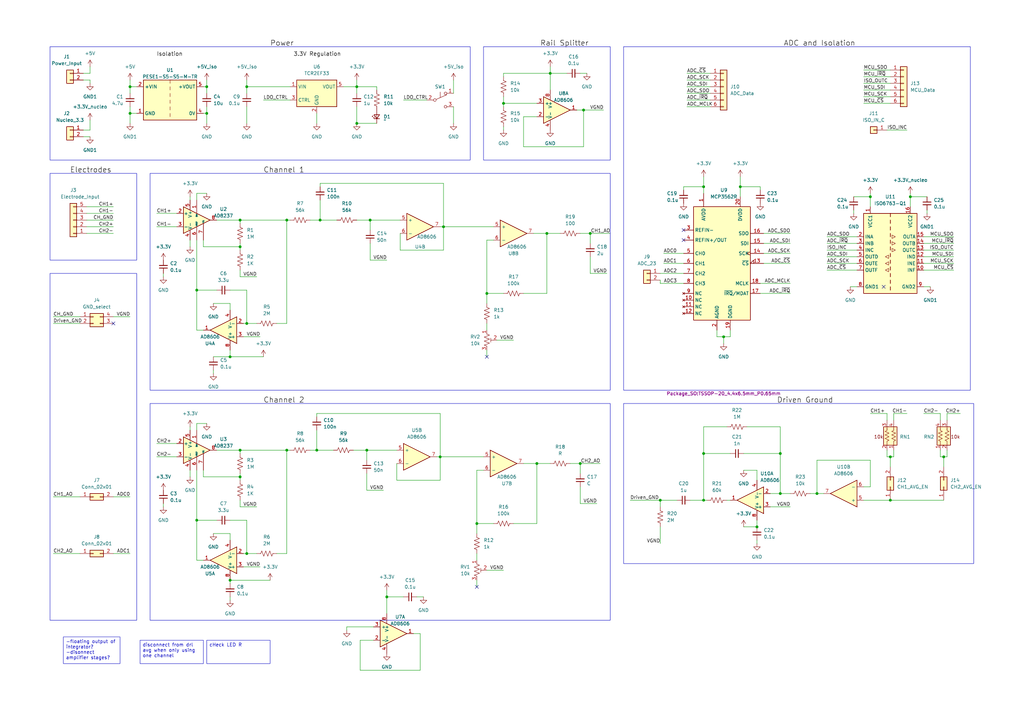
<source format=kicad_sch>
(kicad_sch (version 20230121) (generator eeschema)
  (paper "User" 389.992 267.005)
  (title_block (title "2-Channel EEG AFE") (comment 1 "Tim Erwin"))
  (junction (at 135.89 46.99))
  (junction (at 208.28 88.9))
  (junction (at 120.65 171.45))
  (junction (at 91.44 181.61))
  (junction (at 93.98 210.82))
  (junction (at 74.93 110.49))
  (junction (at 331.47 74.93))
  (junction (at 311.15 187.96))
  (junction (at 109.22 83.82))
  (junction (at 139.7 171.45))
  (junction (at 339.09 190.5))
  (junction (at 168.91 86.36))
  (junction (at 288.29 200.66))
  (junction (at 167.64 173.99))
  (junction (at 87.63 135.89))
  (junction (at 49.53 43.18))
  (junction (at 222.25 41.91))
  (junction (at 204.47 176.53))
  (junction (at 267.97 172.72))
  (junction (at 91.44 93.98))
  (junction (at 74.93 198.12))
  (junction (at 267.97 190.5))
  (junction (at 224.79 88.9))
  (junction (at 78.74 43.18))
  (junction (at 135.89 33.02))
  (junction (at 220.98 176.53))
  (junction (at 297.18 172.72))
  (junction (at 209.55 27.94))
  (junction (at 93.98 123.19))
  (junction (at 275.59 128.27))
  (junction (at 185.42 111.76))
  (junction (at 191.77 39.37))
  (junction (at 346.71 74.93))
  (junction (at 267.97 71.12))
  (junction (at 251.46 190.5))
  (junction (at 281.94 71.12))
  (junction (at 109.22 171.45))
  (junction (at 78.74 33.02))
  (junction (at 87.63 220.98))
  (junction (at 181.61 199.39))
  (junction (at 93.98 33.02))
  (junction (at 140.97 83.82))
  (junction (at 91.44 83.82))
  (junction (at 49.53 33.02))
  (junction (at 91.44 171.45))
  (junction (at 297.18 187.96))
  (junction (at 147.32 227.33))
  (junction (at 339.09 173.99))
  (junction (at 359.41 173.99))
  (junction (at 121.92 83.82))
  (no_connect (at 260.35 87.63))
  (no_connect (at 181.61 223.52))
  (no_connect (at 185.42 135.89))
  (no_connect (at 336.55 109.22))
  (no_connect (at 43.18 123.19))
  (no_connect (at 260.35 91.44))
  (wire (pts (xy 224.79 97.79) (xy 224.79 104.14)))
  (wire (pts (xy 74.93 73.66) (xy 78.74 73.66)))
  (wire (pts (xy 191.77 36.83) (xy 191.77 39.37)))
  (wire (pts (xy 209.55 27.94) (xy 209.55 34.29)))
  (wire (pts (xy 91.44 193.04) (xy 91.44 190.5)))
  (wire (pts (xy 199.39 111.76) (xy 208.28 111.76)))
  (wire (pts (xy 20.32 210.82) (xy 30.48 210.82)))
  (wire (pts (xy 261.62 30.48) (xy 270.51 30.48)))
  (wire (pts (xy 191.77 27.94) (xy 209.55 27.94)))
  (wire (pts (xy 284.48 162.56) (xy 297.18 162.56)))
  (wire (pts (xy 314.96 100.33) (xy 326.39 100.33)))
  (wire (pts (xy 91.44 105.41) (xy 91.44 102.87)))
  (wire (pts (xy 139.7 171.45) (xy 151.13 171.45)))
  (wire (pts (xy 351.79 90.17) (xy 363.22 90.17)))
  (wire (pts (xy 220.98 176.53) (xy 228.6 176.53)))
  (wire (pts (xy 168.91 69.85) (xy 168.91 86.36)))
  (wire (pts (xy 351.79 109.22) (xy 354.33 109.22)))
  (wire (pts (xy 78.74 30.48) (xy 78.74 33.02)))
  (wire (pts (xy 72.39 91.44) (xy 72.39 93.98)))
  (wire (pts (xy 121.92 83.82) (xy 128.27 83.82)))
  (wire (pts (xy 93.98 123.19) (xy 97.79 123.19)))
  (wire (pts (xy 151.13 182.88) (xy 167.64 182.88)))
  (wire (pts (xy 251.46 193.04) (xy 251.46 190.5)))
  (wire (pts (xy 91.44 172.72) (xy 91.44 171.45)))
  (wire (pts (xy 34.29 27.94) (xy 34.29 25.4)))
  (wire (pts (xy 209.55 27.94) (xy 215.9 27.94)))
  (wire (pts (xy 59.69 86.36) (xy 67.31 86.36)))
  (wire (pts (xy 314.96 92.71) (xy 326.39 92.71)))
  (wire (pts (xy 74.93 161.29) (xy 78.74 161.29)))
  (wire (pts (xy 199.39 55.88) (xy 222.25 55.88)))
  (wire (pts (xy 328.93 26.67) (xy 339.09 26.67)))
  (wire (pts (xy 33.02 83.82) (xy 43.18 83.82)))
  (wire (pts (xy 34.29 49.53) (xy 31.75 49.53)))
  (wire (pts (xy 81.28 140.97) (xy 81.28 142.24)))
  (wire (pts (xy 74.93 198.12) (xy 82.55 198.12)))
  (wire (pts (xy 217.17 176.53) (xy 220.98 176.53)))
  (wire (pts (xy 43.18 189.23) (xy 49.53 189.23)))
  (wire (pts (xy 328.93 190.5) (xy 339.09 190.5)))
  (wire (pts (xy 33.02 78.74) (xy 43.18 78.74)))
  (wire (pts (xy 220.98 191.77) (xy 227.33 191.77)))
  (wire (pts (xy 152.4 95.25) (xy 168.91 95.25)))
  (wire (pts (xy 137.16 243.84) (xy 137.16 255.27)))
  (wire (pts (xy 110.49 171.45) (xy 109.22 171.45)))
  (wire (pts (xy 97.79 105.41) (xy 91.44 105.41)))
  (wire (pts (xy 289.56 71.12) (xy 289.56 72.39)))
  (wire (pts (xy 275.59 128.27) (xy 278.13 128.27)))
  (wire (pts (xy 252.73 100.33) (xy 260.35 100.33)))
  (wire (pts (xy 224.79 88.9) (xy 232.41 88.9)))
  (wire (pts (xy 81.28 115.57) (xy 87.63 115.57)))
  (wire (pts (xy 267.97 67.31) (xy 267.97 71.12)))
  (wire (pts (xy 143.51 33.02) (xy 143.51 34.29)))
  (wire (pts (xy 261.62 40.64) (xy 270.51 40.64)))
  (wire (pts (xy 82.55 83.82) (xy 91.44 83.82)))
  (wire (pts (xy 314.96 95.25) (xy 326.39 95.25)))
  (wire (pts (xy 181.61 210.82) (xy 181.61 213.36)))
  (wire (pts (xy 314.96 90.17) (xy 326.39 90.17)))
  (wire (pts (xy 158.75 227.33) (xy 161.29 227.33)))
  (wire (pts (xy 204.47 199.39) (xy 204.47 176.53)))
  (wire (pts (xy 222.25 41.91) (xy 229.87 41.91)))
  (wire (pts (xy 99.06 128.27) (xy 92.71 128.27)))
  (wire (pts (xy 281.94 71.12) (xy 281.94 74.93)))
  (wire (pts (xy 360.68 173.99) (xy 360.68 171.45)))
  (wire (pts (xy 261.62 33.02) (xy 270.51 33.02)))
  (wire (pts (xy 346.71 73.66) (xy 346.71 74.93)))
  (wire (pts (xy 49.53 40.64) (xy 49.53 43.18)))
  (wire (pts (xy 168.91 86.36) (xy 168.91 95.25)))
  (wire (pts (xy 328.93 31.75) (xy 339.09 31.75)))
  (wire (pts (xy 275.59 128.27) (xy 275.59 130.81)))
  (wire (pts (xy 147.32 227.33) (xy 147.32 233.68)))
  (wire (pts (xy 267.97 162.56) (xy 276.86 162.56)))
  (wire (pts (xy 31.75 52.07) (xy 34.29 52.07)))
  (wire (pts (xy 49.53 33.02) (xy 49.53 35.56)))
  (wire (pts (xy 359.41 173.99) (xy 359.41 177.8)))
  (wire (pts (xy 267.97 172.72) (xy 278.13 172.72)))
  (wire (pts (xy 314.96 97.79) (xy 326.39 97.79)))
  (wire (pts (xy 340.36 173.99) (xy 340.36 171.45)))
  (wire (pts (xy 311.15 175.26) (xy 331.47 175.26)))
  (wire (pts (xy 77.47 181.61) (xy 77.47 179.07)))
  (wire (pts (xy 224.79 88.9) (xy 224.79 92.71)))
  (wire (pts (xy 20.32 189.23) (xy 30.48 189.23)))
  (wire (pts (xy 191.77 48.26) (xy 191.77 49.53)))
  (wire (pts (xy 337.82 49.53) (xy 345.44 49.53)))
  (wire (pts (xy 74.93 110.49) (xy 82.55 110.49)))
  (wire (pts (xy 331.47 175.26) (xy 331.47 185.42)))
  (wire (pts (xy 120.65 163.83) (xy 120.65 171.45)))
  (wire (pts (xy 62.23 104.14) (xy 62.23 105.41)))
  (wire (pts (xy 346.71 74.93) (xy 346.71 78.74)))
  (wire (pts (xy 351.79 95.25) (xy 363.22 95.25)))
  (wire (pts (xy 77.47 181.61) (xy 91.44 181.61)))
  (wire (pts (xy 311.15 187.96) (xy 311.15 175.26)))
  (wire (pts (xy 118.11 83.82) (xy 121.92 83.82)))
  (wire (pts (xy 273.05 128.27) (xy 275.59 128.27)))
  (wire (pts (xy 93.98 30.48) (xy 93.98 33.02)))
  (wire (pts (xy 222.25 41.91) (xy 219.71 41.91)))
  (wire (pts (xy 120.65 43.18) (xy 120.65 46.99)))
  (wire (pts (xy 105.41 210.82) (xy 109.22 210.82)))
  (wire (pts (xy 209.55 25.4) (xy 209.55 27.94)))
  (wire (pts (xy 168.91 86.36) (xy 187.96 86.36)))
  (wire (pts (xy 290.83 92.71) (xy 300.99 92.71)))
  (wire (pts (xy 74.93 76.2) (xy 74.93 73.66)))
  (wire (pts (xy 132.08 238.76) (xy 132.08 240.03)))
  (wire (pts (xy 147.32 224.79) (xy 147.32 227.33)))
  (wire (pts (xy 276.86 190.5) (xy 278.13 190.5)))
  (wire (pts (xy 34.29 31.75) (xy 34.29 30.48)))
  (wire (pts (xy 93.98 35.56) (xy 93.98 33.02)))
  (wire (pts (xy 137.16 243.84) (xy 142.24 243.84)))
  (wire (pts (xy 261.62 38.1) (xy 270.51 38.1)))
  (wire (pts (xy 220.98 88.9) (xy 224.79 88.9)))
  (wire (pts (xy 353.06 80.01) (xy 353.06 81.28)))
  (wire (pts (xy 185.42 111.76) (xy 185.42 115.57)))
  (wire (pts (xy 189.23 129.54) (xy 195.58 129.54)))
  (wire (pts (xy 191.77 111.76) (xy 185.42 111.76)))
  (wire (pts (xy 87.63 135.89) (xy 100.33 135.89)))
  (wire (pts (xy 143.51 46.99) (xy 135.89 46.99)))
  (wire (pts (xy 293.37 187.96) (xy 297.18 187.96)))
  (wire (pts (xy 31.75 27.94) (xy 34.29 27.94)))
  (wire (pts (xy 181.61 179.07) (xy 181.61 199.39)))
  (wire (pts (xy 93.98 40.64) (xy 93.98 46.99)))
  (wire (pts (xy 360.68 157.48) (xy 360.68 160.02)))
  (wire (pts (xy 251.46 207.01) (xy 251.46 200.66)))
  (wire (pts (xy 251.46 107.95) (xy 260.35 107.95)))
  (wire (pts (xy 358.14 157.48) (xy 358.14 160.02)))
  (wire (pts (xy 91.44 93.98) (xy 91.44 95.25)))
  (wire (pts (xy 252.73 96.52) (xy 260.35 96.52)))
  (wire (pts (xy 121.92 71.12) (xy 121.92 69.85)))
  (wire (pts (xy 81.28 135.89) (xy 87.63 135.89)))
  (wire (pts (xy 251.46 107.95) (xy 251.46 106.68)))
  (wire (pts (xy 91.44 85.09) (xy 91.44 83.82)))
  (wire (pts (xy 135.89 33.02) (xy 130.81 33.02)))
  (wire (pts (xy 260.35 71.12) (xy 267.97 71.12)))
  (wire (pts (xy 139.7 186.69) (xy 146.05 186.69)))
  (wire (pts (xy 191.77 39.37) (xy 204.47 39.37)))
  (wire (pts (xy 345.44 157.48) (xy 340.36 157.48)))
  (wire (pts (xy 167.64 173.99) (xy 167.64 182.88)))
  (wire (pts (xy 331.47 73.66) (xy 331.47 74.93)))
  (wire (pts (xy 273.05 125.73) (xy 273.05 128.27)))
  (wire (pts (xy 337.82 157.48) (xy 337.82 160.02)))
  (wire (pts (xy 109.22 210.82) (xy 109.22 171.45)))
  (wire (pts (xy 187.96 199.39) (xy 181.61 199.39)))
  (wire (pts (xy 93.98 33.02) (xy 110.49 33.02)))
  (wire (pts (xy 195.58 199.39) (xy 204.47 199.39)))
  (wire (pts (xy 91.44 92.71) (xy 91.44 93.98)))
  (wire (pts (xy 49.53 33.02) (xy 52.07 33.02)))
  (wire (pts (xy 185.42 217.17) (xy 191.77 217.17)))
  (wire (pts (xy 77.47 43.18) (xy 78.74 43.18)))
  (wire (pts (xy 323.85 109.22) (xy 326.39 109.22)))
  (wire (pts (xy 77.47 93.98) (xy 77.47 91.44)))
  (wire (pts (xy 33.02 88.9) (xy 43.18 88.9)))
  (wire (pts (xy 147.32 227.33) (xy 153.67 227.33)))
  (wire (pts (xy 99.06 215.9) (xy 92.71 215.9)))
  (wire (pts (xy 77.47 125.73) (xy 74.93 125.73)))
  (wire (pts (xy 100.33 38.1) (xy 110.49 38.1)))
  (wire (pts (xy 331.47 157.48) (xy 337.82 157.48)))
  (wire (pts (xy 191.77 40.64) (xy 191.77 39.37)))
  (wire (pts (xy 87.63 133.35) (xy 87.63 135.89)))
  (wire (pts (xy 208.28 111.76) (xy 208.28 88.9)))
  (wire (pts (xy 78.74 33.02) (xy 78.74 35.56)))
  (wire (pts (xy 135.89 33.02) (xy 143.51 33.02)))
  (wire (pts (xy 140.97 83.82) (xy 140.97 87.63)))
  (wire (pts (xy 72.39 179.07) (xy 72.39 181.61)))
  (wire (pts (xy 181.61 220.98) (xy 181.61 223.52)))
  (wire (pts (xy 185.42 91.44) (xy 185.42 111.76)))
  (wire (pts (xy 82.55 171.45) (xy 91.44 171.45)))
  (wire (pts (xy 339.09 173.99) (xy 339.09 177.8)))
  (wire (pts (xy 337.82 173.99) (xy 339.09 173.99)))
  (wire (pts (xy 208.28 88.9) (xy 213.36 88.9)))
  (wire (pts (xy 49.53 30.48) (xy 49.53 33.02)))
  (wire (pts (xy 220.98 185.42) (xy 220.98 191.77)))
  (wire (pts (xy 140.97 99.06) (xy 147.32 99.06)))
  (wire (pts (xy 251.46 190.5) (xy 257.81 190.5)))
  (wire (pts (xy 109.22 83.82) (xy 91.44 83.82)))
  (wire (pts (xy 78.74 43.18) (xy 78.74 46.99)))
  (wire (pts (xy 120.65 171.45) (xy 127 171.45)))
  (wire (pts (xy 314.96 102.87) (xy 326.39 102.87)))
  (wire (pts (xy 52.07 43.18) (xy 49.53 43.18)))
  (wire (pts (xy 78.74 40.64) (xy 78.74 43.18)))
  (wire (pts (xy 261.62 27.94) (xy 270.51 27.94)))
  (wire (pts (xy 351.79 102.87) (xy 363.22 102.87)))
  (wire (pts (xy 135.89 40.64) (xy 135.89 46.99)))
  (wire (pts (xy 267.97 172.72) (xy 267.97 162.56)))
  (wire (pts (xy 297.18 162.56) (xy 297.18 172.72)))
  (wire (pts (xy 222.25 55.88) (xy 222.25 41.91)))
  (wire (pts (xy 121.92 76.2) (xy 121.92 83.82)))
  (wire (pts (xy 166.37 173.99) (xy 167.64 173.99)))
  (wire (pts (xy 340.36 157.48) (xy 340.36 160.02)))
  (wire (pts (xy 359.41 173.99) (xy 360.68 173.99)))
  (wire (pts (xy 120.65 158.75) (xy 120.65 157.48)))
  (wire (pts (xy 167.64 173.99) (xy 184.15 173.99)))
  (wire (pts (xy 293.37 193.04) (xy 300.99 193.04)))
  (wire (pts (xy 311.15 187.96) (xy 313.69 187.96)))
  (wire (pts (xy 167.64 157.48) (xy 167.64 173.99)))
  (wire (pts (xy 199.39 176.53) (xy 204.47 176.53)))
  (wire (pts (xy 137.16 255.27) (xy 160.02 255.27)))
  (wire (pts (xy 267.97 172.72) (xy 267.97 190.5)))
  (wire (pts (xy 328.93 39.37) (xy 339.09 39.37)))
  (wire (pts (xy 185.42 123.19) (xy 185.42 125.73)))
  (wire (pts (xy 87.63 220.98) (xy 87.63 222.25)))
  (wire (pts (xy 328.93 36.83) (xy 339.09 36.83)))
  (wire (pts (xy 283.21 172.72) (xy 297.18 172.72)))
  (wire (pts (xy 140.97 83.82) (xy 152.4 83.82)))
  (wire (pts (xy 365.76 157.48) (xy 360.68 157.48)))
  (wire (pts (xy 283.21 179.07) (xy 288.29 179.07)))
  (wire (pts (xy 91.44 180.34) (xy 91.44 181.61)))
  (wire (pts (xy 288.29 198.12) (xy 288.29 200.66)))
  (wire (pts (xy 288.29 205.74) (xy 288.29 207.01)))
  (wire (pts (xy 267.97 190.5) (xy 269.24 190.5)))
  (wire (pts (xy 224.79 104.14) (xy 231.14 104.14)))
  (wire (pts (xy 135.89 33.02) (xy 135.89 35.56)))
  (wire (pts (xy 49.53 43.18) (xy 49.53 46.99)))
  (wire (pts (xy 87.63 220.98) (xy 102.87 220.98)))
  (wire (pts (xy 181.61 179.07) (xy 184.15 179.07)))
  (wire (pts (xy 34.29 45.72) (xy 34.29 49.53)))
  (wire (pts (xy 43.18 120.65) (xy 49.53 120.65)))
  (wire (pts (xy 109.22 171.45) (xy 91.44 171.45)))
  (wire (pts (xy 346.71 74.93) (xy 353.06 74.93)))
  (wire (pts (xy 204.47 176.53) (xy 209.55 176.53)))
  (wire (pts (xy 160.02 241.3) (xy 157.48 241.3)))
  (wire (pts (xy 92.71 210.82) (xy 93.98 210.82)))
  (wire (pts (xy 142.24 238.76) (xy 132.08 238.76)))
  (wire (pts (xy 91.44 181.61) (xy 91.44 182.88)))
  (wire (pts (xy 289.56 111.76) (xy 300.99 111.76)))
  (wire (pts (xy 93.98 110.49) (xy 93.98 123.19)))
  (wire (pts (xy 331.47 74.93) (xy 331.47 78.74)))
  (wire (pts (xy 72.39 74.93) (xy 72.39 76.2)))
  (wire (pts (xy 181.61 199.39) (xy 181.61 203.2)))
  (wire (pts (xy 328.93 29.21) (xy 339.09 29.21)))
  (wire (pts (xy 87.63 115.57) (xy 87.63 118.11)))
  (wire (pts (xy 220.98 176.53) (xy 220.98 180.34)))
  (wire (pts (xy 290.83 88.9) (xy 300.99 88.9)))
  (wire (pts (xy 43.18 210.82) (xy 49.53 210.82)))
  (wire (pts (xy 260.35 71.12) (xy 260.35 72.39)))
  (wire (pts (xy 351.79 157.48) (xy 358.14 157.48)))
  (wire (pts (xy 262.89 190.5) (xy 267.97 190.5)))
  (wire (pts (xy 59.69 173.99) (xy 67.31 173.99)))
  (wire (pts (xy 167.64 86.36) (xy 168.91 86.36)))
  (wire (pts (xy 87.63 198.12) (xy 93.98 198.12)))
  (wire (pts (xy 109.22 83.82) (xy 110.49 83.82)))
  (wire (pts (xy 297.18 172.72) (xy 297.18 187.96)))
  (wire (pts (xy 172.72 30.48) (xy 172.72 35.56)))
  (wire (pts (xy 152.4 88.9) (xy 152.4 95.25)))
  (wire (pts (xy 351.79 97.79) (xy 363.22 97.79)))
  (wire (pts (xy 31.75 30.48) (xy 34.29 30.48)))
  (wire (pts (xy 59.69 168.91) (xy 67.31 168.91)))
  (wire (pts (xy 74.93 91.44) (xy 74.93 110.49)))
  (wire (pts (xy 172.72 40.64) (xy 172.72 46.99)))
  (wire (pts (xy 33.02 81.28) (xy 43.18 81.28)))
  (wire (pts (xy 20.32 120.65) (xy 30.48 120.65)))
  (wire (pts (xy 339.09 34.29) (xy 328.93 34.29)))
  (wire (pts (xy 139.7 186.69) (xy 139.7 180.34)))
  (wire (pts (xy 151.13 176.53) (xy 151.13 182.88)))
  (wire (pts (xy 109.22 123.19) (xy 109.22 83.82)))
  (wire (pts (xy 289.56 107.95) (xy 300.99 107.95)))
  (wire (pts (xy 325.12 74.93) (xy 331.47 74.93)))
  (wire (pts (xy 358.14 173.99) (xy 359.41 173.99)))
  (wire (pts (xy 120.65 157.48) (xy 167.64 157.48)))
  (wire (pts (xy 97.79 193.04) (xy 91.44 193.04)))
  (wire (pts (xy 77.47 33.02) (xy 78.74 33.02)))
  (wire (pts (xy 281.94 67.31) (xy 281.94 71.12)))
  (wire (pts (xy 135.89 83.82) (xy 140.97 83.82)))
  (wire (pts (xy 339.09 190.5) (xy 359.41 190.5)))
  (wire (pts (xy 288.29 179.07) (xy 288.29 182.88)))
  (wire (pts (xy 33.02 86.36) (xy 43.18 86.36)))
  (wire (pts (xy 220.98 27.94) (xy 223.52 27.94)))
  (wire (pts (xy 267.97 71.12) (xy 267.97 73.66)))
  (wire (pts (xy 251.46 104.14) (xy 260.35 104.14)))
  (wire (pts (xy 59.69 81.28) (xy 67.31 81.28)))
  (wire (pts (xy 105.41 123.19) (xy 109.22 123.19)))
  (wire (pts (xy 74.93 110.49) (xy 74.93 125.73)))
  (wire (pts (xy 134.62 171.45) (xy 139.7 171.45)))
  (wire (pts (xy 87.63 110.49) (xy 93.98 110.49)))
  (wire (pts (xy 199.39 44.45) (xy 199.39 55.88)))
  (wire (pts (xy 278.13 128.27) (xy 278.13 125.73)))
  (wire (pts (xy 93.98 210.82) (xy 97.79 210.82)))
  (wire (pts (xy 185.42 91.44) (xy 187.96 91.44)))
  (wire (pts (xy 81.28 203.2) (xy 87.63 203.2)))
  (wire (pts (xy 358.14 171.45) (xy 358.14 173.99)))
  (wire (pts (xy 74.93 163.83) (xy 74.93 161.29)))
  (wire (pts (xy 290.83 96.52) (xy 300.99 96.52)))
  (wire (pts (xy 140.97 99.06) (xy 140.97 92.71)))
  (wire (pts (xy 93.98 198.12) (xy 93.98 210.82)))
  (wire (pts (xy 328.93 185.42) (xy 331.47 185.42)))
  (wire (pts (xy 283.21 200.66) (xy 288.29 200.66)))
  (wire (pts (xy 77.47 93.98) (xy 91.44 93.98)))
  (wire (pts (xy 297.18 187.96) (xy 300.99 187.96)))
  (wire (pts (xy 87.63 227.33) (xy 87.63 228.6)))
  (wire (pts (xy 339.09 173.99) (xy 340.36 173.99)))
  (wire (pts (xy 325.12 80.01) (xy 325.12 81.28)))
  (wire (pts (xy 92.71 123.19) (xy 93.98 123.19)))
  (wire (pts (xy 87.63 203.2) (xy 87.63 205.74)))
  (wire (pts (xy 191.77 27.94) (xy 191.77 29.21)))
  (wire (pts (xy 203.2 88.9) (xy 208.28 88.9)))
  (wire (pts (xy 135.89 30.48) (xy 135.89 33.02)))
  (wire (pts (xy 261.62 35.56) (xy 270.51 35.56)))
  (wire (pts (xy 153.67 38.1) (xy 162.56 38.1)))
  (wire (pts (xy 289.56 71.12) (xy 281.94 71.12)))
  (wire (pts (xy 121.92 69.85) (xy 168.91 69.85)))
  (wire (pts (xy 337.82 171.45) (xy 337.82 173.99)))
  (wire (pts (xy 74.93 198.12) (xy 74.93 213.36)))
  (wire (pts (xy 77.47 213.36) (xy 74.93 213.36)))
  (wire (pts (xy 308.61 187.96) (xy 311.15 187.96)))
  (wire (pts (xy 72.39 162.56) (xy 72.39 163.83)))
  (wire (pts (xy 290.83 100.33) (xy 300.99 100.33)))
  (wire (pts (xy 351.79 100.33) (xy 363.22 100.33)))
  (wire (pts (xy 185.42 133.35) (xy 185.42 135.89)))
  (wire (pts (xy 199.39 44.45) (xy 204.47 44.45)))
  (wire (pts (xy 20.32 123.19) (xy 30.48 123.19)))
  (wire (pts (xy 118.11 171.45) (xy 120.65 171.45)))
  (wire (pts (xy 351.79 92.71) (xy 363.22 92.71)))
  (wire (pts (xy 139.7 171.45) (xy 139.7 175.26)))
  (wire (pts (xy 240.03 190.5) (xy 251.46 190.5)))
  (wire (pts (xy 160.02 255.27) (xy 160.02 241.3)))
  (wire (pts (xy 74.93 179.07) (xy 74.93 198.12)))
  (wire (pts (xy 62.23 191.77) (xy 62.23 193.04)))
  (rectangle (start 19.05 17.78) (end 179.07 60.96))
  (rectangle (start 184.15 17.78) (end 232.41 60.96))
  (rectangle (start 57.15 66.04) (end 232.41 148.59))
  (rectangle (start 19.05 104.14) (end 52.07 236.22))
  (rectangle (start 237.49 17.78) (end 369.57 148.59))
  (rectangle (start 19.05 66.04) (end 52.07 99.06))
  (rectangle (start 237.49 153.67) (end 370.84 214.63))
  (rectangle (start 57.15 153.67) (end 232.41 236.22))
  (text_box "cHeck LED R\n" (at 78.74 243.84 0) (size 24.13 8.89) (effects (font (size 1.27 1.27)) (justify left top)))
  (text_box "-floating output of integrator?\n-disonnect amplifier stages?" (at 24.13 242.57 0) (size 21.59 10.16) (effects (font (size 1.27 1.27)) (justify left top)))
  (text_box "disconnect from drl avg when only using one channel" (at 53.34 243.84 0) (size 24.13 8.89) (effects (font (size 1.27 1.27)) (justify left top)))
  (text "Electrodes\n" (at 26.67 66.04 0) (effects (font (size 2 2)) (justify left bottom)))
  (text "Channel 1" (at 100.33 66.04 0) (effects (font (size 2 2)) (justify left bottom)))
  (text "3.3V Regulation" (at 111.76 21.59 0) (effects (font (size 1.5 1.5)) (justify left bottom)))
  (text "ADC and Isolation\n" (at 298.45 17.78 0) (effects (font (size 2 2)) (justify left bottom)))
  (text "Channel 2\n" (at 100.33 153.67 0) (effects (font (size 2 2)) (justify left bottom)))
  (text "Isolation" (at 59.69 21.59 0) (effects (font (size 1.5 1.5)) (justify left bottom)))
  (text "Rail Splitter" (at 205.74 17.78 0) (effects (font (size 2 2)) (justify left bottom)))
  (text "Driven Ground" (at 295.91 153.67 0) (effects (font (size 2 2)) (justify left bottom)))
  (text "Power" (at 102.87 17.78 0) (effects (font (size 2 2)) (justify left bottom)))
  (label "ADC_SCK" (at 261.62 30.48 0))
  (label "MCU_SDI" (at 363.22 97.79 180))
  (label "VGND" (at 195.58 129.54 180))
  (label "VGND" (at 251.46 207.01 180))
  (label "ADC0" (at 252.73 96.52 0))
  (label "VGND" (at 97.79 193.04 180))
  (label "VGND" (at 229.87 41.91 180))
  (label "ADC_~{CS}" (at 261.62 27.94 0))
  (label "Driven_GND" (at 240.03 190.5 0))
  (label "ISO_INC" (at 314.96 95.25 0))
  (label "ADC_MCLK" (at 300.99 107.95 180))
  (label "ADC_~{IRQ}" (at 314.96 92.71 0))
  (label "CH2+" (at 365.76 157.48 180))
  (label "CH1-" (at 345.44 157.48 180))
  (label "ISO_INC" (at 345.44 49.53 180))
  (label "MCU_~{CS}" (at 363.22 102.87 180))
  (label "ADC_~{IRQ}" (at 300.99 111.76 180))
  (label "CH1+" (at 59.69 81.28 0))
  (label "LDO_CTRL" (at 153.67 38.1 0))
  (label "LDO_CTRL" (at 100.33 38.1 0))
  (label "VGND" (at 99.06 215.9 180))
  (label "ISO_OUTC" (at 363.22 95.25 180))
  (label "MCU_SDO" (at 328.93 26.67 0))
  (label "CH_GND" (at 43.18 83.82 180))
  (label "CH2_AO" (at 20.32 210.82 0))
  (label "MCU_SDO" (at 363.22 90.17 180))
  (label "ADC2" (at 257.81 104.14 180))
  (label "CH2-" (at 351.79 157.48 0))
  (label "ADC_~{IRQ}" (at 261.62 38.1 0))
  (label "CH1-" (at 43.18 81.28 180))
  (label "VGND" (at 300.99 193.04 180))
  (label "ADC_SDI" (at 314.96 97.79 0))
  (label "ISO_OUTC" (at 328.93 31.75 0))
  (label "ADC0" (at 49.53 189.23 180))
  (label "ADC3" (at 257.81 107.95 180))
  (label "VGND" (at 147.32 99.06 180))
  (label "VGND" (at 97.79 105.41 180))
  (label "ADC_SDO" (at 314.96 90.17 0))
  (label "CH2-" (at 43.18 88.9 180))
  (label "CH2+" (at 59.69 168.91 0))
  (label "CH_GND" (at 20.32 120.65 0))
  (label "CH1+" (at 43.18 78.74 180))
  (label "CH2+" (at 43.18 86.36 180))
  (label "Driven_GND" (at 20.32 123.19 0))
  (label "ADC_SCK" (at 300.99 96.52 180))
  (label "CH1_AO" (at 232.41 88.9 180))
  (label "CH1_AO" (at 20.32 189.23 0))
  (label "ADC_SCK" (at 314.96 100.33 0))
  (label "ADC_SDI" (at 261.62 33.02 0))
  (label "MCU_SCK" (at 328.93 36.83 0))
  (label "VGND" (at 227.33 191.77 180))
  (label "CH1+" (at 331.47 157.48 0))
  (label "MCU_SCK" (at 363.22 100.33 180))
  (label "VGND" (at 99.06 128.27 180))
  (label "MCU_~{CS}" (at 328.93 39.37 0))
  (label "VGND" (at 49.53 120.65 180))
  (label "ADC_~{CS}" (at 300.99 100.33 180))
  (label "MCU_~{IRQ}" (at 363.22 92.71 180))
  (label "CH1-" (at 59.69 86.36 0))
  (label "ADC_MCLK" (at 261.62 40.64 0))
  (label "ADC1" (at 252.73 100.33 0))
  (label "VGND" (at 146.05 186.69 180))
  (label "MCU_SDI" (at 328.93 34.29 0))
  (label "ADC_SDI" (at 300.99 92.71 180))
  (label "CH2-" (at 59.69 173.99 0))
  (label "VGND" (at 191.77 217.17 180))
  (label "ADC_SDO" (at 300.99 88.9 180))
  (label "VGND" (at 231.14 104.14 180))
  (label "MCU_~{IRQ}" (at 328.93 29.21 0))
  (label "ADC_SDO" (at 261.62 35.56 0))
  (label "ADC_~{CS}" (at 314.96 102.87 0))
  (label "ADC1" (at 49.53 210.82 180))
  (label "CH2_AO" (at 228.6 176.53 180))
  (symbol (lib_id "Senior_Project_Library:R_Potentiometer_35WR10KLFTR_10K") (at 185.42 129.54 0) (unit 1)
    (property "Reference" "RV2" (at 182.88 128.27 0) (effects (justify right)))
    (property "Value" "10k" (at 182.88 130.81 0) (effects (justify right)))
    (property "Footprint" "Senior_Project_Footprints:TRIM_35WR10KLFTR" (effects hide))
  )
  (symbol (lib_id "Device:C_Small") (at 49.53 38.1 0) (mirror x) (unit 1)
    (property "Reference" "C1" (at 46.99 36.8236 0) (effects (justify right)))
    (property "Value" "4.7u" (at 46.99 39.3636 0) (effects (justify right)))
    (property "Footprint" "Capacitor_SMD:C_0805_2012Metric_Pad1.18x1.45mm_HandSolder" (effects hide))
  )
  (symbol (lib_id "Senior_Project_Library:AD8606") (at 146.05 241.3 0) (unit 1)
    (property "Reference" "U7" (at 152.4 234.95 0))
    (property "Value" "AD8606" (at 152.4 237.49 0))
    (property "Footprint" "Package_SO:MSOP-8_3x3mm_P0.65mm" (effects hide))
    (property "Datasheet" "https://www.analog.com/media/en/technical-documentation/data-sheets/AD8605_8606_8608.pdf" (effects hide))
  )
  (symbol (lib_name "+5V_iso_1") (lib_id "Senior_Project_Library:+5V_iso") (at 78.74 30.48 0) (unit 1)
    (property "Reference" "#PWR015" (effects hide))
    (property "Value" "+5V_iso" (at 78.74 25.4 0))
  )
  (symbol (lib_id "Device:R_US") (at 217.17 88.9 270) (unit 1)
    (property "Reference" "R19" (at 217.17 82.55 90))
    (property "Value" "100" (at 217.17 85.09 90))
    (property "Footprint" "Resistor_SMD:R_0805_2012Metric_Pad1.20x1.40mm_HandSolder" (effects hide))
  )
  (symbol (lib_id "power:GND") (at 275.59 130.81 0) (unit 1)
    (property "Reference" "#PWR042" (effects hide))
    (property "Value" "GND" (at 275.59 135.89 0))
  )
  (symbol (lib_id "Device:C_Small") (at 81.28 138.43 180) (unit 1)
    (property "Reference" "C5" (at 83.82 137.1536 0) (effects (justify right)))
    (property "Value" "0.1u" (at 83.82 139.6936 0) (effects (justify right)))
    (property "Footprint" "Capacitor_SMD:C_0805_2012Metric_Pad1.18x1.45mm_HandSolder" (effects hide))
  )
  (symbol (lib_id "Device:C_Small") (at 288.29 203.2 180) (unit 1)
    (property "Reference" "C22" (at 290.83 201.9236 0) (effects (justify right)))
    (property "Value" "0.1u" (at 290.83 204.4636 0) (effects (justify right)))
    (property "Footprint" "Capacitor_SMD:C_0805_2012Metric_Pad1.18x1.45mm_HandSolder" (effects hide))
  )
  (symbol (lib_id "Device:R_US") (at 304.8 187.96 90) (unit 1)
    (property "Reference" "R23" (at 304.8 181.61 90))
    (property "Value" "10k" (at 304.8 184.15 90))
    (property "Footprint" "Resistor_SMD:R_0805_2012Metric_Pad1.20x1.40mm_HandSolder" (effects hide))
  )
  (symbol (lib_id "power:GND") (at 120.65 46.99 0) (unit 1)
    (property "Reference" "#PWR027" (effects hide))
    (property "Value" "GND" (at 120.65 52.07 0))
  )
  (symbol (lib_id "power:GND") (at 81.28 115.57 0) (mirror y) (unit 1)
    (property "Reference" "#PWR019" (effects hide))
    (property "Value" "GND" (at 81.28 120.65 0))
  )
  (symbol (lib_id "Device:C_Small") (at 78.74 38.1 180) (unit 1)
    (property "Reference" "C4" (at 81.28 36.8236 0) (effects (justify right)))
    (property "Value" "10u" (at 81.28 39.3636 0) (effects (justify right)))
    (property "Footprint" "Capacitor_SMD:C_0805_2012Metric_Pad1.18x1.45mm_HandSolder" (effects hide))
  )
  (symbol (lib_id "Switch:SW_Push_SPDT") (at 167.64 38.1 0) (unit 1)
    (property "Reference" "SW1" (at 167.64 33.02 0))
    (property "Value" "SW_Push_SPDT" (effects hide))
    (property "Footprint" "Senior_Project_Footprints:SW_JS102011SCQN" (effects hide))
  )
  (symbol (lib_id "Device:R_US") (at 91.44 99.06 0) (unit 1)
    (property "Reference" "R2" (at 93.98 97.79 0) (effects (justify left)))
    (property "Value" "1K" (at 93.98 100.33 0) (effects (justify left)))
    (property "Footprint" "Resistor_SMD:R_0805_2012Metric_Pad1.20x1.40mm_HandSolder" (effects hide))
  )
  (symbol (lib_id "power:GND") (at 81.28 203.2 0) (unit 1)
    (property "Reference" "#PWR021" (effects hide))
    (property "Value" "GND" (at 81.28 208.28 0))
  )
  (symbol (lib_id "Device:R_US") (at 143.51 38.1 180) (unit 1)
    (property "Reference" "R11" (at 146.05 36.83 0) (effects (justify right)))
    (property "Value" "10k" (at 146.05 39.37 0) (effects (justify right)))
    (property "Footprint" "Resistor_SMD:R_0805_2012Metric_Pad1.20x1.40mm_HandSolder" (effects hide))
  )
  (symbol (lib_id "Device:C_Small") (at 220.98 182.88 180) (unit 1)
    (property "Reference" "C17" (at 223.52 181.6036 0) (effects (justify right)))
    (property "Value" "C" (at 223.52 184.1436 0) (effects (justify right)))
    (property "Footprint" "Capacitor_SMD:C_0805_2012Metric_Pad1.18x1.45mm_HandSolder" (effects hide))
  )
  (symbol (lib_name "+5V_iso_1") (lib_id "Senior_Project_Library:+5V_iso") (at 93.98 30.48 0) (unit 1)
    (property "Reference" "#PWR023" (effects hide))
    (property "Value" "+5V_iso" (at 93.98 25.4 0))
  )
  (symbol (lib_id "power:GND1") (at 34.29 31.75 0) (unit 1)
    (property "Reference" "#PWR02" (effects hide))
    (property "Value" "GND1" (at 34.29 36.83 0))
  )
  (symbol (lib_id "power:+3.3V") (at 135.89 30.48 0) (unit 1)
    (property "Reference" "#PWR029" (effects hide))
    (property "Value" "+3.3V" (at 135.89 25.4 0))
  )
  (symbol (lib_id "power:+3.3V") (at 281.94 67.31 0) (unit 1)
    (property "Reference" "#PWR043" (effects hide))
    (property "Value" "+3.3V" (at 281.94 62.23 0))
  )
  (symbol (lib_id "Senior_Project_Library:AD8606") (at 208.28 41.91 0) (unit 1)
    (property "Reference" "U8" (at 214.63 35.56 0))
    (property "Value" "AD8606" (at 214.63 38.1 0))
    (property "Footprint" "Package_SO:MSOP-8_3x3mm_P0.65mm" (effects hide))
    (property "Datasheet" "https://www.analog.com/media/en/technical-documentation/data-sheets/AD8605_8606_8608.pdf" (effects hide))
  )
  (symbol (lib_id "power:GND1") (at 353.06 81.28 0) (unit 1)
    (property "Reference" "#PWR052" (effects hide))
    (property "Value" "GND1" (at 353.06 86.36 0))
  )
  (symbol (lib_id "power:+5V") (at 34.29 25.4 0) (unit 1)
    (property "Reference" "#PWR01" (effects hide))
    (property "Value" "+5V" (at 34.29 20.32 0))
  )
  (symbol (lib_id "Senior_Project_Library:AD8237") (at 74.93 83.82 0) (unit 1)
    (property "Reference" "U2" (at 85.09 79.6291 0))
    (property "Value" "AD8237" (at 85.09 82.1691 0))
    (property "Footprint" "Package_SO:MSOP-8_3x3mm_P0.65mm" (effects hide))
    (property "Datasheet" "https://www.analog.com/media/en/technical-documentation/data-sheets/AD8237.pdf" (effects hide))
  )
  (symbol (lib_id "power:GND") (at 93.98 46.99 0) (unit 1)
    (property "Reference" "#PWR024" (effects hide))
    (property "Value" "GND" (at 93.98 52.07 0))
  )
  (symbol (lib_id "power:GND") (at 72.39 93.98 0) (unit 1)
    (property "Reference" "#PWR012" (effects hide))
    (property "Value" "GND" (at 72.39 99.06 0))
  )
  (symbol (lib_id "Device:C_Small") (at 121.92 73.66 180) (unit 1)
    (property "Reference" "C11" (at 124.46 72.3836 0) (effects (justify right)))
    (property "Value" "100n" (at 124.46 74.9236 0) (effects (justify right)))
    (property "Footprint" "Capacitor_SMD:C_0805_2012Metric_Pad1.18x1.45mm_HandSolder" (effects hide))
  )
  (symbol (lib_id "Connector_Generic:Conn_01x06") (at 344.17 31.75 0) (unit 1)
    (property "Reference" "J13" (at 346.71 31.75 0) (effects (justify left)))
    (property "Value" "MCU_Data" (at 346.71 34.29 0) (effects (justify left)))
    (property "Footprint" "Connector_PinHeader_2.54mm:PinHeader_1x06_P2.54mm_Vertical" (effects hide))
  )
  (symbol (lib_id "Device:R_US") (at 101.6 123.19 90) (unit 1)
    (property "Reference" "R5" (at 101.6 116.84 90))
    (property "Value" "2M" (at 101.6 119.38 90))
    (property "Footprint" "Resistor_SMD:R_0805_2012Metric_Pad1.20x1.40mm_HandSolder" (effects hide))
  )
  (symbol (lib_id "Device:C_Small") (at 353.06 77.47 0) (unit 1)
    (property "Reference" "C25" (at 355.6 76.2063 0) (effects (justify left)))
    (property "Value" "0.1u" (at 355.6 78.7463 0) (effects (justify left)))
    (property "Footprint" "Capacitor_SMD:C_0805_2012Metric_Pad1.18x1.45mm_HandSolder" (effects hide))
  )
  (symbol (lib_id "Connector_Generic:Conn_01x02") (at 26.67 49.53 0) (mirror y) (unit 1)
    (property "Reference" "J2" (at 25.4 43.18 0))
    (property "Value" "Nucleo_3.3" (at 26.67 45.72 0))
    (property "Footprint" "Connector_PinHeader_2.54mm:PinHeader_1x02_P2.54mm_Vertical" (effects hide))
  )
  (symbol (lib_id "power:GND") (at 283.21 179.07 0) (unit 1)
    (property "Reference" "#PWR044" (effects hide))
    (property "Value" "GND" (at 283.21 184.15 0))
  )
  (symbol (lib_id "power:GND") (at 325.12 81.28 0) (unit 1)
    (property "Reference" "#PWR049" (effects hide))
    (property "Value" "GND" (at 325.12 86.36 0))
  )
  (symbol (lib_id "power:+5V") (at 49.53 30.48 0) (unit 1)
    (property "Reference" "#PWR05" (effects hide))
    (property "Value" "+5V" (at 49.53 25.4 0))
  )
  (symbol (lib_id "Device:C_Small") (at 156.21 227.33 90) (unit 1)
    (property "Reference" "C15" (at 156.2163 220.98 90))
    (property "Value" "0.1u" (at 156.2163 223.52 90))
    (property "Footprint" "Capacitor_SMD:C_0805_2012Metric_Pad1.18x1.45mm_HandSolder" (effects hide))
  )
  (symbol (lib_id "Senior_Project_Library:TCR2EF33") (at 120.65 35.56 0) (unit 1)
    (property "Reference" "U6" (at 120.65 25.4 0))
    (property "Value" "TCR2EF33" (at 120.65 27.94 0))
    (property "Footprint" "Senior_Project_Footprints:IC_TC4S584F_LF" (effects hide))
    (property "Datasheet" "https://toshiba.semicon-storage.com/info/TCR2EF45_datasheet_en_20190620.pdf?did=13794&prodName=TCR2EF45" (effects hide))
  )
  (symbol (lib_id "power:+3.3V") (at 209.55 25.4 0) (unit 1)
    (property "Reference" "#PWR037" (effects hide))
    (property "Value" "+3.3V" (at 209.55 20.32 0))
  )
  (symbol (lib_id "power:GND") (at 323.85 109.22 0) (unit 1)
    (property "Reference" "#PWR048" (effects hide))
    (property "Value" "GND" (at 323.85 114.3 0))
  )
  (symbol (lib_id "Connector_Generic:Conn_01x06") (at 275.59 33.02 0) (unit 1)
    (property "Reference" "J10" (at 278.13 33.02 0) (effects (justify left)))
    (property "Value" "ADC_Data" (at 278.13 35.56 0) (effects (justify left)))
    (property "Footprint" "Connector_PinHeader_2.54mm:PinHeader_1x06_P2.54mm_Vertical" (effects hide))
  )
  (symbol (lib_id "Device:C_Small") (at 87.63 224.79 180) (unit 1)
    (property "Reference" "C8" (at 90.17 223.5136 0) (effects (justify right)))
    (property "Value" "0.1u" (at 90.17 226.0536 0) (effects (justify right)))
    (property "Footprint" "Capacitor_SMD:C_0805_2012Metric_Pad1.18x1.45mm_HandSolder" (effects hide))
  )
  (symbol (lib_id "power:+3.3V") (at 331.47 73.66 0) (unit 1)
    (property "Reference" "#PWR050" (effects hide))
    (property "Value" "+3.3V" (at 331.47 68.58 0))
  )
  (symbol (lib_id "Device:R_US") (at 191.77 33.02 180) (unit 1)
    (property "Reference" "R14" (at 194.31 31.75 0) (effects (justify right)))
    (property "Value" "10k" (at 194.31 34.29 0) (effects (justify right)))
    (property "Footprint" "Resistor_SMD:R_0805_2012Metric_Pad1.20x1.40mm_HandSolder" (effects hide))
  )
  (symbol (lib_id "power:GND") (at 78.74 46.99 0) (unit 1)
    (property "Reference" "#PWR016" (effects hide))
    (property "Value" "GND" (at 78.74 52.07 0))
  )
  (symbol (lib_id "Device:C_Small") (at 140.97 90.17 180) (unit 1)
    (property "Reference" "C14" (at 143.51 88.8936 0) (effects (justify right)))
    (property "Value" "50n" (at 143.51 91.4336 0) (effects (justify right)))
    (property "Footprint" "Capacitor_SMD:C_0805_2012Metric_Pad1.18x1.45mm_HandSolder" (effects hide))
  )
  (symbol (lib_id "Device:R_US") (at 91.44 186.69 0) (unit 1)
    (property "Reference" "R4" (at 93.98 185.42 0) (effects (justify left)))
    (property "Value" "1K" (at 93.98 187.96 0) (effects (justify left)))
    (property "Footprint" "Resistor_SMD:R_0805_2012Metric_Pad1.20x1.40mm_HandSolder" (effects hide))
  )
  (symbol (lib_id "Device:R_US") (at 101.6 210.82 90) (unit 1)
    (property "Reference" "R6" (at 101.6 204.47 90))
    (property "Value" "2M" (at 101.6 207.01 90))
    (property "Footprint" "Resistor_SMD:R_0805_2012Metric_Pad1.20x1.40mm_HandSolder" (effects hide))
  )
  (symbol (lib_id "power:+3.3V") (at 102.87 220.98 0) (mirror y) (unit 1)
    (property "Reference" "#PWR026" (effects hide))
    (property "Value" "+3.3V" (at 102.87 215.9 0))
  )
  (symbol (lib_id "power:GND") (at 191.77 49.53 0) (unit 1)
    (property "Reference" "#PWR036" (effects hide))
    (property "Value" "GND" (at 191.77 54.61 0))
  )
  (symbol (lib_id "Device:C_Small") (at 85.09 198.12 90) (unit 1)
    (property "Reference" "C7" (at 85.0963 191.77 90))
    (property "Value" "3.3u" (at 85.0963 194.31 90))
    (property "Footprint" "Capacitor_SMD:C_0805_2012Metric_Pad1.18x1.45mm_HandSolder" (effects hide))
  )
  (symbol (lib_id "power:+3.3V") (at 267.97 67.31 0) (unit 1)
    (property "Reference" "#PWR041" (effects hide))
    (property "Value" "+3.3V" (at 267.97 62.23 0))
  )
  (symbol (lib_id "power:GND1") (at 49.53 46.99 0) (unit 1)
    (property "Reference" "#PWR06" (effects hide))
    (property "Value" "GND1" (at 49.53 52.07 0))
  )
  (symbol (lib_id "power:GND") (at 260.35 77.47 0) (unit 1)
    (property "Reference" "#PWR040" (effects hide))
    (property "Value" "GND" (at 260.35 82.55 0))
  )
  (symbol (lib_id "Senior_Project_Library:AD8606") (at 289.56 190.5 180) (unit 1)
    (property "Reference" "U10" (at 289.56 180.34 0) (effects (justify right)))
    (property "Value" "AD8606" (at 289.56 182.88 0) (effects (justify right)))
    (property "Footprint" "Package_SO:MSOP-8_3x3mm_P0.65mm" (effects hide))
    (property "Datasheet" "https://www.analog.com/media/en/technical-documentation/data-sheets/AD8605_8606_8608.pdf" (effects hide))
  )
  (symbol (lib_id "power:GND") (at 78.74 73.66 0) (unit 1)
    (property "Reference" "#PWR017" (effects hide))
    (property "Value" "GND" (at 78.74 78.74 0))
  )
  (symbol (lib_id "Senior_Project_Library:AD8606") (at 158.75 173.99 0) (unit 2)
    (property "Reference" "U5" (at 158.75 163.83 0))
    (property "Value" "AD8606" (at 158.75 166.37 0))
    (property "Footprint" "Package_SO:MSOP-8_3x3mm_P0.65mm" (effects hide))
    (property "Datasheet" "https://www.analog.com/media/en/technical-documentation/data-sheets/AD8605_8606_8608.pdf" (effects hide))
  )
  (symbol (lib_id "Connector_Generic:Conn_02x01") (at 359.41 185.42 90) (unit 1)
    (property "Reference" "J14" (at 361.95 182.88 90) (effects (justify right)))
    (property "Value" "CH2_AVG_EN" (at 361.95 185.42 90) (effects (justify right)))
    (property "Footprint" "Connector_PinHeader_2.54mm:PinHeader_2x01_P2.54mm_Vertical" (effects hide))
  )
  (symbol (lib_id "Device:R_US") (at 191.77 199.39 90) (unit 1)
    (property "Reference" "R16" (at 191.77 193.04 90))
    (property "Value" "100k" (at 191.77 195.58 90))
    (property "Footprint" "Resistor_SMD:R_0805_2012Metric_Pad1.20x1.40mm_HandSolder" (effects hide))
  )
  (symbol (lib_id "Device:LED_Small") (at 143.51 44.45 90) (unit 1)
    (property "Reference" "D1" (at 146.05 44.45 90) (effects (justify right)))
    (property "Value" "~" (at 146.05 45.6565 90) (effects (justify right)))
    (property "Footprint" "LED_SMD:LED_0603_1608Metric_Pad1.05x0.95mm_HandSolder" (effects hide))
  )
  (symbol (lib_id "Senior_Project_Library:Matched_10K_Resistor_Array_2x") (at 359.41 166.37 0) (unit 1)
    (property "Reference" "RN2" (at 351.79 166.37 0) (effects (justify left)))
    (property "Value" "Matched_10K_Resistor_Array_2x" (effects hide))
    (property "Footprint" "Senior_Project_Footprints:R_Array_Matched_2x0606" (effects hide))
  )
  (symbol (lib_id "Device:C_Small") (at 280.67 172.72 90) (unit 1)
    (property "Reference" "C21" (at 280.6763 166.37 90))
    (property "Value" "1n" (at 280.6763 168.91 90))
    (property "Footprint" "Capacitor_SMD:C_0805_2012Metric_Pad1.18x1.45mm_HandSolder" (effects hide))
  )
  (symbol (lib_id "Connector_Generic:Conn_01x02") (at 26.67 27.94 0) (mirror y) (unit 1)
    (property "Reference" "J1" (at 25.4 21.59 0))
    (property "Value" "Power_Input" (at 25.4 24.13 0))
    (property "Footprint" "Connector_PinHeader_2.54mm:PinHeader_1x02_P2.54mm_Vertical" (effects hide))
  )
  (symbol (lib_id "Device:R_US") (at 185.42 119.38 180) (unit 1)
    (property "Reference" "R13" (at 187.96 118.11 0) (effects (justify right)))
    (property "Value" "1k" (at 187.96 120.65 0) (effects (justify right)))
    (property "Footprint" "Resistor_SMD:R_0805_2012Metric_Pad1.20x1.40mm_HandSolder" (effects hide))
  )
  (symbol (lib_id "power:+3.3V") (at 283.21 200.66 0) (unit 1)
    (property "Reference" "#PWR045" (effects hide))
    (property "Value" "+3.3V" (at 283.21 195.58 0))
  )
  (symbol (lib_id "Senior_Project_Library:R_Potentiometer_35WR10KLFTR_10K") (at 181.61 217.17 0) (unit 1)
    (property "Reference" "RV1" (at 179.07 215.9 0) (effects (justify right)))
    (property "Value" "10k" (at 179.07 218.44 0) (effects (justify right)))
    (property "Footprint" "Senior_Project_Footprints:TRIM_35WR10KLFTR" (effects hide))
  )
  (symbol (lib_id "Device:R_US") (at 91.44 176.53 0) (unit 1)
    (property "Reference" "R3" (at 93.98 175.26 0) (effects (justify left)))
    (property "Value" "1M" (at 93.98 177.8 0) (effects (justify left)))
    (property "Footprint" "Resistor_SMD:R_0805_2012Metric_Pad1.20x1.40mm_HandSolder" (effects hide))
  )
  (symbol (lib_name "+5V_iso_1") (lib_id "Senior_Project_Library:+5V_iso") (at 172.72 30.48 0) (unit 1)
    (property "Reference" "#PWR034" (effects hide))
    (property "Value" "+5V_iso" (at 172.72 25.4 0))
  )
  (symbol (lib_id "Device:C_Small") (at 135.89 38.1 180) (unit 1)
    (property "Reference" "C12" (at 138.43 36.8236 0) (effects (justify right)))
    (property "Value" "1u" (at 138.43 39.3636 0) (effects (justify right)))
    (property "Footprint" "Capacitor_SMD:C_0805_2012Metric_Pad1.18x1.45mm_HandSolder" (effects hide))
  )
  (symbol (lib_id "Connector_Generic:Conn_02x01") (at 35.56 189.23 0) (unit 1)
    (property "Reference" "J7" (at 36.83 182.88 0))
    (property "Value" "Conn_02x01" (at 36.83 185.42 0))
    (property "Footprint" "Connector_PinHeader_2.54mm:PinHeader_2x01_P2.54mm_Vertical" (effects hide))
  )
  (symbol (lib_id "power:GND") (at 223.52 27.94 0) (unit 1)
    (property "Reference" "#PWR039" (effects hide))
    (property "Value" "GND" (at 223.52 33.02 0))
  )
  (symbol (lib_id "power:GND") (at 289.56 77.47 0) (unit 1)
    (property "Reference" "#PWR047" (effects hide))
    (property "Value" "GND" (at 289.56 82.55 0))
  )
  (symbol (lib_id "power:+3.3V") (at 62.23 99.06 0) (unit 1)
    (property "Reference" "#PWR07" (effects hide))
    (property "Value" "+3.3V" (at 62.23 93.98 0))
  )
  (symbol (lib_id "Connector_Generic:Conn_02x02_Counter_Clockwise") (at 35.56 120.65 0) (unit 1)
    (property "Reference" "J4" (at 36.83 114.3 0))
    (property "Value" "GND_select" (at 36.83 116.84 0))
    (property "Footprint" "Connector_PinHeader_2.54mm:PinHeader_2x02_P2.54mm_Vertical" (effects hide))
  )
  (symbol (lib_name "+3V3_nucleo_1") (lib_id "Senior_Project_Library:+3V3_nucleo") (at 34.29 45.72 0) (unit 1)
    (property "Reference" "#PWR03" (effects hide))
    (property "Value" "+3V3_nucleo" (at 34.29 40.64 0))
  )
  (symbol (lib_id "Device:C_Small") (at 260.35 190.5 90) (unit 1)
    (property "Reference" "C20" (at 260.3563 184.15 90))
    (property "Value" "1u" (at 260.3563 186.69 90))
    (property "Footprint" "Capacitor_SMD:C_0805_2012Metric_Pad1.18x1.45mm_HandSolder" (effects hide))
  )
  (symbol (lib_id "Connector_Generic:Conn_01x01") (at 332.74 49.53 180) (unit 1)
    (property "Reference" "J11" (at 332.74 43.18 0))
    (property "Value" "ISO_IN_C" (at 332.74 45.72 0))
    (property "Footprint" "Connector_PinHeader_2.54mm:PinHeader_1x01_P2.54mm_Vertical" (effects hide))
  )
  (symbol (lib_id "power:GND") (at 132.08 240.03 0) (unit 1)
    (property "Reference" "#PWR028" (effects hide))
    (property "Value" "GND" (at 132.08 245.11 0))
  )
  (symbol (lib_id "Device:C_Small") (at 224.79 95.25 180) (unit 1)
    (property "Reference" "C18" (at 227.33 93.9736 0) (effects (justify right)))
    (property "Value" "2u" (at 227.33 96.5136 0) (effects (justify right)))
    (property "Footprint" "Capacitor_SMD:C_0805_2012Metric_Pad1.18x1.45mm_HandSolder" (effects hide))
  )
  (symbol (lib_id "Device:R_US") (at 213.36 176.53 270) (unit 1)
    (property "Reference" "R18" (at 213.36 170.18 90))
    (property "Value" "R" (at 213.36 172.72 90))
    (property "Footprint" "Resistor_SMD:R_0805_2012Metric_Pad1.20x1.40mm_HandSolder" (effects hide))
  )
  (symbol (lib_id "power:GND1") (at 354.33 109.22 0) (unit 1)
    (property "Reference" "#PWR053" (effects hide))
    (property "Value" "GND1" (at 354.33 114.3 0))
  )
  (symbol (lib_id "power:GND") (at 161.29 227.33 0) (unit 1)
    (property "Reference" "#PWR033" (effects hide))
    (property "Value" "GND" (at 161.29 232.41 0))
  )
  (symbol (lib_id "power:GND") (at 62.23 105.41 0) (unit 1)
    (property "Reference" "#PWR08" (effects hide))
    (property "Value" "GND" (at 62.23 110.49 0))
  )
  (symbol (lib_id "power:GND1") (at 34.29 52.07 0) (unit 1)
    (property "Reference" "#PWR04" (effects hide))
    (property "Value" "GND1" (at 34.29 57.15 0))
  )
  (symbol (lib_name "+3V3_nucleo_1") (lib_id "Senior_Project_Library:+3V3_nucleo") (at 346.71 73.66 0) (unit 1)
    (property "Reference" "#PWR051" (effects hide))
    (property "Value" "+3V3_nucleo" (at 346.71 68.58 0))
  )
  (symbol (lib_id "Senior_Project_Library:Matched_10K_Resistor_Array_2x") (at 339.09 166.37 0) (mirror y) (unit 1)
    (property "Reference" "RN1" (at 346.71 166.37 0) (effects (justify left)))
    (property "Value" "Matched_10K_Resistor_Array_2x" (effects hide))
    (property "Footprint" "Senior_Project_Footprints:R_Array_Matched_2x0606" (effects hide))
  )
  (symbol (lib_id "Device:C_Small") (at 62.23 101.6 180) (unit 1)
    (property "Reference" "C2" (at 64.77 100.3236 0) (effects (justify right)))
    (property "Value" "0.1u" (at 64.77 102.8636 0) (effects (justify right)))
    (property "Footprint" "Capacitor_SMD:C_0805_2012Metric_Pad1.18x1.45mm_HandSolder" (effects hide))
  )
  (symbol (lib_id "Senior_Project_Library:MCP3562R") (at 275.59 97.79 0) (unit 1)
    (property "Reference" "U9" (at 274.32 72.39 0) (effects (justify left)))
    (property "Value" "MCP3562R" (at 270.51 74.93 0) (effects (justify left)))
    (property "Footprint" "Package_SO:TSSOP-20_4.4x6.5mm_P0.65mm" (at 275.59 149.86 0))
    (property "Datasheet" "https://ww1.microchip.com/downloads/aemDocuments/documents/APID/ProductDocuments/DataSheets/MCP3561_2_4R-Data-Sheet-DS200006391C.pdf" (effects hide))
  )
  (symbol (lib_id "power:GND") (at 81.28 142.24 0) (mirror y) (unit 1)
    (property "Reference" "#PWR020" (effects hide))
    (property "Value" "GND" (at 81.28 147.32 0))
  )
  (symbol (lib_id "Device:R_US") (at 251.46 196.85 180) (unit 1)
    (property "Reference" "R20" (at 254 195.58 0) (effects (justify right)))
    (property "Value" "2M" (at 254 198.12 0) (effects (justify right)))
    (property "Footprint" "Resistor_SMD:R_0805_2012Metric_Pad1.20x1.40mm_HandSolder" (effects hide))
  )
  (symbol (lib_id "Senior_Project_Library:AD8606") (at 160.02 86.36 0) (unit 2)
    (property "Reference" "U4" (at 160.02 93.98 0))
    (property "Value" "AD8606" (at 162.56 90.17 0))
    (property "Footprint" "Package_SO:MSOP-8_3x3mm_P0.65mm" (effects hide))
    (property "Datasheet" "https://www.analog.com/media/en/technical-documentation/data-sheets/AD8605_8606_8608.pdf" (effects hide))
  )
  (symbol (lib_id "Device:R_US") (at 191.77 44.45 180) (unit 1)
    (property "Reference" "R15" (at 194.31 43.18 0) (effects (justify right)))
    (property "Value" "10k" (at 194.31 45.72 0) (effects (justify right)))
    (property "Footprint" "Resistor_SMD:R_0805_2012Metric_Pad1.20x1.40mm_HandSolder" (effects hide))
  )
  (symbol (lib_id "Device:R_US") (at 132.08 83.82 270) (unit 1)
    (property "Reference" "R10" (at 132.08 77.47 90))
    (property "Value" "56k" (at 132.08 80.01 90))
    (property "Footprint" "Resistor_SMD:R_0805_2012Metric_Pad1.20x1.40mm_HandSolder" (effects hide))
  )
  (symbol (lib_id "Device:C_Small") (at 62.23 189.23 180) (unit 1)
    (property "Reference" "C3" (at 64.77 187.9536 0) (effects (justify right)))
    (property "Value" "0.1u" (at 64.77 190.4936 0) (effects (justify right)))
    (property "Footprint" "Capacitor_SMD:C_0805_2012Metric_Pad1.18x1.45mm_HandSolder" (effects hide))
  )
  (symbol (lib_id "Device:C_Small") (at 289.56 74.93 180) (unit 1)
    (property "Reference" "C23" (at 292.1 73.6536 0) (effects (justify right)))
    (property "Value" "0.1u" (at 292.1 76.1936 0) (effects (justify right)))
    (property "Footprint" "Capacitor_SMD:C_0805_2012Metric_Pad1.18x1.45mm_HandSolder" (effects hide))
  )
  (symbol (lib_id "power:GND") (at 209.55 49.53 0) (unit 1)
    (property "Reference" "#PWR038" (effects hide))
    (property "Value" "GND" (at 209.55 54.61 0))
  )
  (symbol (lib_id "Device:R_US") (at 280.67 162.56 90) (unit 1)
    (property "Reference" "R22" (at 280.67 156.21 90))
    (property "Value" "1M" (at 280.67 158.75 90))
    (property "Footprint" "Resistor_SMD:R_0805_2012Metric_Pad1.20x1.40mm_HandSolder" (effects hide))
  )
  (symbol (lib_id "power:GND") (at 172.72 46.99 0) (unit 1)
    (property "Reference" "#PWR035" (effects hide))
    (property "Value" "GND" (at 172.72 52.07 0))
  )
  (symbol (lib_id "power:+3.3V") (at 147.32 224.79 0) (unit 1)
    (property "Reference" "#PWR031" (effects hide))
    (property "Value" "+3.3V" (at 147.32 219.71 0))
  )
  (symbol (lib_id "Device:R_US") (at 91.44 88.9 0) (unit 1)
    (property "Reference" "R1" (at 93.98 87.63 0) (effects (justify left)))
    (property "Value" "1M" (at 93.98 90.17 0) (effects (justify left)))
    (property "Footprint" "Resistor_SMD:R_0805_2012Metric_Pad1.20x1.40mm_HandSolder" (effects hide))
  )
  (symbol (lib_id "power:GND") (at 87.63 228.6 0) (mirror y) (unit 1)
    (property "Reference" "#PWR022" (effects hide))
    (property "Value" "GND" (at 87.63 233.68 0))
  )
  (symbol (lib_id "power:GND") (at 147.32 248.92 0) (unit 1)
    (property "Reference" "#PWR032" (effects hide))
    (property "Value" "GND" (at 147.32 254 0))
  )
  (symbol (lib_id "Device:R_US") (at 181.61 207.01 180) (unit 1)
    (property "Reference" "R12" (at 184.15 205.74 0) (effects (justify right)))
    (property "Value" "1k" (at 184.15 208.28 0) (effects (justify right)))
    (property "Footprint" "Resistor_SMD:R_0805_2012Metric_Pad1.20x1.40mm_HandSolder" (effects hide))
  )
  (symbol (lib_id "Senior_Project_Library:AD8606") (at 195.58 88.9 0) (unit 2)
    (property "Reference" "U8" (at 195.58 96.52 0))
    (property "Value" "AD8606" (at 196.85 93.98 0))
    (property "Footprint" "Package_SO:MSOP-8_3x3mm_P0.65mm" (effects hide))
    (property "Datasheet" "https://www.analog.com/media/en/technical-documentation/data-sheets/AD8605_8606_8608.pdf" (effects hide))
  )
  (symbol (lib_id "power:+3.3V") (at 62.23 186.69 0) (unit 1)
    (property "Reference" "#PWR09" (effects hide))
    (property "Value" "+3.3V" (at 62.23 181.61 0))
  )
  (symbol (lib_id "Device:R_US") (at 195.58 111.76 90) (unit 1)
    (property "Reference" "R17" (at 195.58 105.41 90))
    (property "Value" "100k" (at 195.58 107.95 90))
    (property "Footprint" "Resistor_SMD:R_0805_2012Metric_Pad1.20x1.40mm_HandSolder" (effects hide))
  )
  (symbol (lib_id "power:GND") (at 288.29 207.01 0) (unit 1)
    (property "Reference" "#PWR046" (effects hide))
    (property "Value" "GND" (at 288.29 212.09 0))
  )
  (symbol (lib_id "Device:C_Small") (at 139.7 177.8 180) (unit 1)
    (property "Reference" "C13" (at 142.24 176.5236 0) (effects (justify right)))
    (property "Value" "50n" (at 142.24 179.0636 0) (effects (justify right)))
    (property "Footprint" "Capacitor_SMD:C_0805_2012Metric_Pad1.18x1.45mm_HandSolder" (effects hide))
  )
  (symbol (lib_id "power:+3.3V") (at 72.39 74.93 0) (unit 1)
    (property "Reference" "#PWR011" (effects hide))
    (property "Value" "+3.3V" (at 72.39 69.85 0))
  )
  (symbol (lib_id "power:GND") (at 62.23 193.04 0) (unit 1)
    (property "Reference" "#PWR010" (effects hide))
    (property "Value" "GND" (at 62.23 198.12 0))
  )
  (symbol (lib_id "power:GND") (at 78.74 161.29 0) (unit 1)
    (property "Reference" "#PWR018" (effects hide))
    (property "Value" "GND" (at 78.74 166.37 0))
  )
  (symbol (lib_id "Senior_Project_Library:AD8606") (at 321.31 187.96 180) (unit 2)
    (property "Reference" "U10" (at 321.31 177.8 0))
    (property "Value" "AD8606" (at 321.31 180.34 0))
    (property "Footprint" "Package_SO:MSOP-8_3x3mm_P0.65mm" (effects hide))
    (property "Datasheet" "https://www.analog.com/media/en/technical-documentation/data-sheets/AD8605_8606_8608.pdf" (effects hide))
  )
  (symbol (lib_id "Device:C_Small") (at 218.44 27.94 90) (unit 1)
    (property "Reference" "C16" (at 218.4463 21.59 90))
    (property "Value" "0.1u" (at 218.4463 24.13 90))
    (property "Footprint" "Capacitor_SMD:C_0805_2012Metric_Pad1.18x1.45mm_HandSolder" (effects hide))
  )
  (symbol (lib_id "Senior_Project_Library:AD8606") (at 191.77 176.53 0) (unit 2)
    (property "Reference" "U7" (at 193.04 184.15 0))
    (property "Value" "AD8606" (at 193.04 181.61 0))
    (property "Footprint" "Package_SO:MSOP-8_3x3mm_P0.65mm" (effects hide))
    (property "Datasheet" "https://www.analog.com/media/en/technical-documentation/data-sheets/AD8605_8606_8608.pdf" (effects hide))
  )
  (symbol (lib_id "Device:C_Small") (at 85.09 110.49 90) (unit 1)
    (property "Reference" "C6" (at 85.0963 104.14 90))
    (property "Value" "3.3u" (at 85.0963 106.68 90))
    (property "Footprint" "Capacitor_SMD:C_0805_2012Metric_Pad1.18x1.45mm_HandSolder" (effects hide))
  )
  (symbol (lib_id "power:+3.3V") (at 72.39 162.56 0) (unit 1)
    (property "Reference" "#PWR013" (effects hide))
    (property "Value" "+3.3V" (at 72.39 157.48 0))
  )
  (symbol (lib_id "Connector_Generic:Conn_01x02") (at 246.38 104.14 0) (mirror y) (unit 1)
    (property "Reference" "J9" (at 246.38 97.79 0))
    (property "Value" "ADC_23" (at 246.38 100.33 0))
    (property "Footprint" "Connector_PinHeader_2.54mm:PinHeader_2x01_P2.54mm_Vertical" (effects hide))
  )
  (symbol (lib_id "Device:C_Small") (at 325.12 77.47 0) (unit 1)
    (property "Reference" "C24" (at 318.77 76.2 0) (effects (justify left)))
    (property "Value" "0.1u" (at 318.77 78.74 0) (effects (justify left)))
    (property "Footprint" "Capacitor_SMD:C_0805_2012Metric_Pad1.18x1.45mm_HandSolder" (effects hide))
  )
  (symbol (lib_id "Connector_Generic:Conn_02x01") (at 35.56 210.82 0) (unit 1)
    (property "Reference" "J8" (at 36.83 204.47 0))
    (property "Value" "Conn_02x01" (at 36.83 207.01 0))
    (property "Footprint" "Connector_PinHeader_2.54mm:PinHeader_2x01_P2.54mm_Vertical" (effects hide))
  )
  (symbol (lib_id "Device:R_US") (at 114.3 171.45 270) (unit 1)
    (property "Reference" "R8" (at 114.3 165.1 90))
    (property "Value" "56k" (at 114.3 167.64 90))
    (property "Footprint" "Resistor_SMD:R_0805_2012Metric_Pad1.20x1.40mm_HandSolder" (effects hide))
  )
  (symbol (lib_id "Device:R_US") (at 273.05 190.5 90) (unit 1)
    (property "Reference" "R21" (at 273.05 184.15 90))
    (property "Value" "60k" (at 273.05 186.69 90))
    (property "Footprint" "Resistor_SMD:R_0805_2012Metric_Pad1.20x1.40mm_HandSolder" (effects hide))
  )
  (symbol (lib_id "Device:R_US") (at 114.3 83.82 270) (unit 1)
    (property "Reference" "R7" (at 114.3 77.47 90))
    (property "Value" "56k" (at 114.3 80.01 90))
    (property "Footprint" "Resistor_SMD:R_0805_2012Metric_Pad1.20x1.40mm_HandSolder" (effects hide))
  )
  (symbol (lib_id "Device:R_US") (at 130.81 171.45 270) (unit 1)
    (property "Reference" "R9" (at 130.81 165.1 90))
    (property "Value" "56k" (at 130.81 167.64 90))
    (property "Footprint" "Resistor_SMD:R_0805_2012Metric_Pad1.20x1.40mm_HandSolder" (effects hide))
  )
  (symbol (lib_id "Senior_Project_Library:AD8237") (at 74.93 171.45 0) (unit 1)
    (property "Reference" "U3" (at 85.09 167.2591 0))
    (property "Value" "AD8237" (at 85.09 169.7991 0))
    (property "Footprint" "Package_SO:MSOP-8_3x3mm_P0.65mm" (effects hide))
    (property "Datasheet" "https://www.analog.com/media/en/technical-documentation/data-sheets/AD8237.pdf" (effects hide))
  )
  (symbol (lib_id "power:+3.3V") (at 100.33 135.89 0) (mirror y) (unit 1)
    (property "Reference" "#PWR025" (effects hide))
    (property "Value" "+3.3V" (at 100.33 130.81 0))
  )
  (symbol (lib_id "Device:C_Small") (at 260.35 74.93 180) (unit 1)
    (property "Reference" "C19" (at 254 73.66 0) (effects (justify right)))
    (property "Value" "0.1u" (at 254 76.2 0) (effects (justify right)))
    (property "Footprint" "Capacitor_SMD:C_0805_2012Metric_Pad1.18x1.45mm_HandSolder" (effects hide))
  )
  (symbol (lib_id "Senior_Project_Library:AD8606") (at 88.9 213.36 180) (unit 1)
    (property "Reference" "U5" (at 80.01 218.44 0))
    (property "Value" "AD8606" (at 80.01 215.9 0))
    (property "Footprint" "Package_SO:MSOP-8_3x3mm_P0.65mm" (effects hide))
    (property "Datasheet" "https://www.analog.com/media/en/technical-documentation/data-sheets/AD8605_8606_8608.pdf" (effects hide))
  )
  (symbol (lib_id "Device:C_Small") (at 120.65 161.29 180) (unit 1)
    (property "Reference" "C10" (at 123.19 160.0136 0) (effects (justify right)))
    (property "Value" "100n" (at 123.19 162.5536 0) (effects (justify right)))
    (property "Footprint" "Capacitor_SMD:C_0805_2012Metric_Pad1.18x1.45mm_HandSolder" (effects hide))
  )
  (symbol (lib_id "Connector_Generic:Conn_02x01") (at 339.09 185.42 90) (unit 1)
    (property "Reference" "J12" (at 341.63 182.88 90) (effects (justify right)))
    (property "Value" "CH1_AVG_EN" (at 341.63 185.42 90) (effects (justify right)))
    (property "Footprint" "Connector_PinHeader_2.54mm:PinHeader_2x01_P2.54mm_Vertical" (effects hide))
  )
  (symbol (lib_id "Device:C_Small") (at 93.98 38.1 0) (mirror x) (unit 1)
    (property "Reference" "C9" (at 91.44 36.8236 0) (effects (justify right)))
    (property "Value" "0.1u" (at 91.44 39.3636 0) (effects (justify right)))
    (property "Footprint" "Capacitor_SMD:C_0805_2012Metric_Pad1.18x1.45mm_HandSolder" (effects hide))
  )
  (symbol (lib_id "Senior_Project_Library:AD8606") (at 88.9 125.73 180) (unit 1)
    (property "Reference" "U4" (at 80.01 130.81 0))
    (property "Value" "AD8606" (at 80.01 128.27 0))
    (property "Footprint" "Package_SO:MSOP-8_3x3mm_P0.65mm" (effects hide))
    (property "Datasheet" "https://www.analog.com/media/en/technical-documentation/data-sheets/AD8605_8606_8608.pdf" (effects hide))
  )
  (symbol (lib_id "power:GND") (at 72.39 181.61 0) (unit 1)
    (property "Reference" "#PWR014" (effects hide))
    (property "Value" "GND" (at 72.39 186.69 0))
  )
  (symbol (lib_id "Senior_Project_Library:ISO6763-Q1") (at 339.09 96.52 0) (unit 1)
    (property "Reference" "U11" (at 339.09 74.93 0))
    (property "Value" "ISO6763-Q1" (at 339.09 77.47 0))
    (property "Footprint" "Package_SO:SOIC-16W_7.5x10.3mm_P1.27mm" (effects hide))
    (property "Datasheet" "https://www.ti.com/lit/ds/symlink/iso6760-q1.pdf" (effects hide))
  )
  (symbol (lib_id "Connector_Generic:Conn_01x05") (at 27.94 83.82 180) (unit 1)
    (property "Reference" "J3" (at 27.94 72.39 0))
    (property "Value" "Electrode_Input" (at 30.48 74.93 0))
    (property "Footprint" "Connector_PinHeader_2.54mm:PinHeader_1x05_P2.54mm_Vertical" (effects hide))
  )
  (symbol (lib_id "Senior_Project_Library:PESE1-S5-S5-M-TR") (at 64.77 38.1 0) (unit 1)
    (property "Reference" "U1" (at 64.77 26.67 0))
    (property "Value" "PESE1-S5-S5-M-TR" (at 64.77 29.21 0))
    (property "Footprint" "Senior_Project_Footprints:CONV_PESE1-S5-S5-M" (effects hide))
    (property "Datasheet" "https://www.xppower.com/portals/0/pdfs/SF_JTD20.pdf" (effects hide))
  )
  (symbol (lib_id "power:GND") (at 135.89 46.99 0) (unit 1)
    (property "Reference" "#PWR030" (effects hide))
    (property "Value" "GND" (at 135.89 52.07 0))
  )
)
</source>
